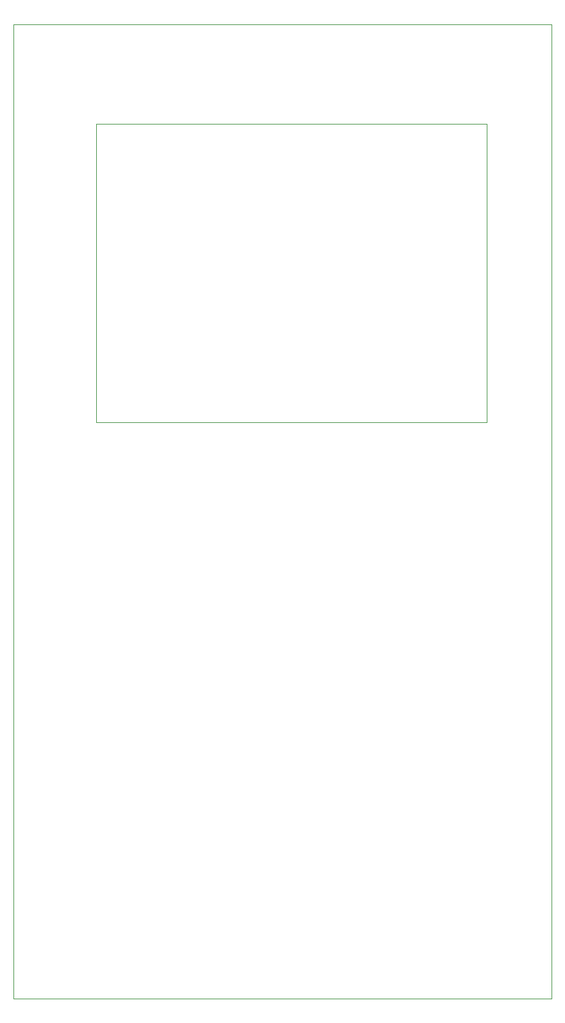
<source format=gbr>
G04 #@! TF.GenerationSoftware,KiCad,Pcbnew,8.0.8*
G04 #@! TF.CreationDate,2025-06-13T11:57:10+01:00*
G04 #@! TF.ProjectId,oscar_panel_nousb_variant,6f736361-725f-4706-916e-656c5f6e6f75,rev?*
G04 #@! TF.SameCoordinates,Original*
G04 #@! TF.FileFunction,Profile,NP*
%FSLAX46Y46*%
G04 Gerber Fmt 4.6, Leading zero omitted, Abs format (unit mm)*
G04 Created by KiCad (PCBNEW 8.0.8) date 2025-06-13 11:57:10*
%MOMM*%
%LPD*%
G01*
G04 APERTURE LIST*
G04 #@! TA.AperFunction,Profile*
%ADD10C,0.050000*%
G04 #@! TD*
G04 APERTURE END LIST*
D10*
X100000000Y-34900000D02*
X171000000Y-34900000D01*
X171000000Y-163400000D01*
X100000000Y-163400000D01*
X100000000Y-34900000D01*
X110900000Y-48000000D02*
X162500000Y-48000000D01*
X162500000Y-87400000D01*
X110900000Y-87400000D01*
X110900000Y-48000000D01*
M02*

</source>
